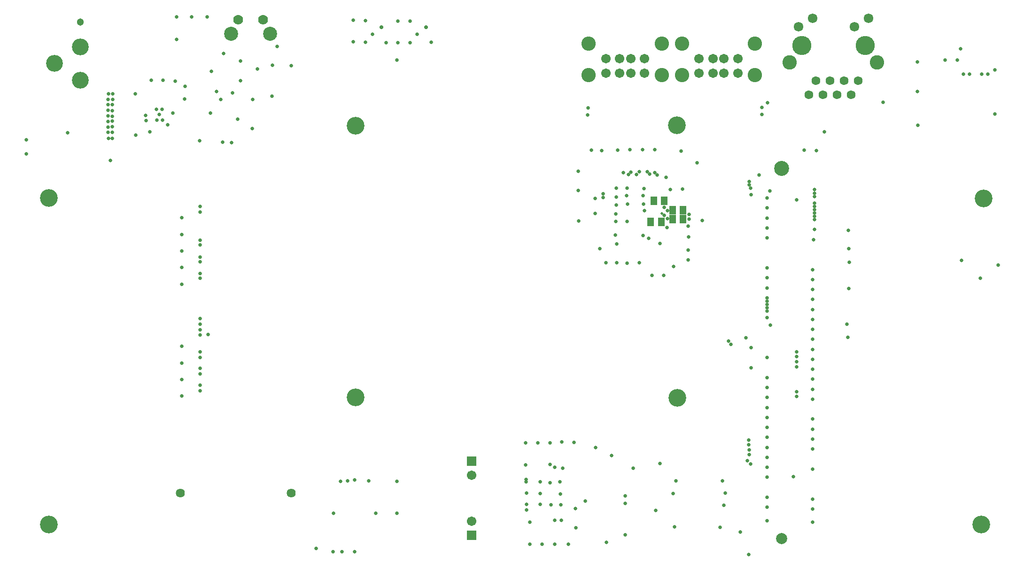
<source format=gbs>
G04 Layer_Color=16711935*
%FSLAX44Y44*%
%MOMM*%
G71*
G01*
G75*
%ADD126R,1.2192X1.6002*%
%ADD161C,2.0032*%
%ADD162C,2.7032*%
%ADD163C,3.4532*%
%ADD164C,2.6032*%
%ADD165C,1.7232*%
%ADD166C,1.5932*%
%ADD167C,1.7782*%
%ADD168C,2.5282*%
%ADD169C,1.7032*%
%ADD170R,1.7032X1.7032*%
%ADD171C,1.6256*%
%ADD172C,3.2032*%
%ADD173C,0.7032*%
%ADD174C,1.3032*%
%ADD175C,3.0332*%
%ADD176C,2.5832*%
%ADD177C,0.6532*%
%ADD178C,0.5032*%
D126*
X1165898Y656500D02*
D03*
X1147102D02*
D03*
X1160398Y618750D02*
D03*
X1141602D02*
D03*
X1180852Y640000D02*
D03*
X1199648D02*
D03*
X1180852Y623250D02*
D03*
X1199648D02*
D03*
D161*
X1377500Y47000D02*
D03*
D162*
Y715000D02*
D03*
D163*
X1528150Y936950D02*
D03*
X1413850D02*
D03*
D164*
X1549750Y906450D02*
D03*
X1392250D02*
D03*
D165*
X1407750Y970750D02*
D03*
X1433150Y985950D02*
D03*
X1508850Y970750D02*
D03*
X1534250Y985950D02*
D03*
D166*
X1426550Y848050D02*
D03*
X1439250Y873450D02*
D03*
X1451950Y848050D02*
D03*
X1464650Y873450D02*
D03*
X1477350Y848050D02*
D03*
X1490050Y873450D02*
D03*
X1502750Y848050D02*
D03*
X1515450Y873450D02*
D03*
D167*
X442940Y983380D02*
D03*
X397940D02*
D03*
D168*
X455440Y958380D02*
D03*
X385440D02*
D03*
D169*
X819000Y161600D02*
D03*
Y78400D02*
D03*
X1298550Y913250D02*
D03*
X1228550D02*
D03*
X1298550Y887150D02*
D03*
X1273550D02*
D03*
X1253550D02*
D03*
X1228550D02*
D03*
X1130550Y913250D02*
D03*
X1060550D02*
D03*
X1130550Y887150D02*
D03*
X1060550D02*
D03*
X1105550D02*
D03*
X1085550D02*
D03*
Y913250D02*
D03*
X1105550D02*
D03*
X1253550D02*
D03*
X1273550D02*
D03*
D170*
X819000Y187000D02*
D03*
Y53000D02*
D03*
D171*
X294010Y128680D02*
D03*
X494010D02*
D03*
D172*
X57000Y72000D02*
D03*
Y662000D02*
D03*
X1737000Y72000D02*
D03*
X1742000Y661000D02*
D03*
X1190000Y301021D02*
D03*
X610000Y302021D02*
D03*
X1189000Y793021D02*
D03*
X610000Y792000D02*
D03*
D173*
X656000Y969740D02*
D03*
X737000D02*
D03*
D174*
X113500Y979500D02*
D03*
D175*
X66500Y904500D02*
D03*
X113500Y934500D02*
D03*
Y874500D02*
D03*
D176*
X1329250Y883650D02*
D03*
X1197850D02*
D03*
Y940450D02*
D03*
X1329250D02*
D03*
X1161250Y883650D02*
D03*
X1029850D02*
D03*
Y940450D02*
D03*
X1161250D02*
D03*
D177*
X329000Y444000D02*
D03*
Y636000D02*
D03*
Y646000D02*
D03*
Y424000D02*
D03*
Y434000D02*
D03*
X1282250Y403500D02*
D03*
X343500Y415000D02*
D03*
X1285725Y397525D02*
D03*
X329000Y414000D02*
D03*
X369900Y762100D02*
D03*
X1110000Y174000D02*
D03*
X983000D02*
D03*
X942000Y109000D02*
D03*
X962000Y108000D02*
D03*
X980000D02*
D03*
X979000Y127000D02*
D03*
X942000Y128000D02*
D03*
X960000Y148000D02*
D03*
X978000Y149000D02*
D03*
X1186980Y150980D02*
D03*
X1700500Y930750D02*
D03*
X1749530Y885280D02*
D03*
X1738530Y885030D02*
D03*
X1716530D02*
D03*
X1694530Y910970D02*
D03*
X1672530Y910970D02*
D03*
X1437000Y634500D02*
D03*
Y628500D02*
D03*
Y646500D02*
D03*
Y652500D02*
D03*
Y664250D02*
D03*
Y670500D02*
D03*
X1319250Y691500D02*
D03*
Y685500D02*
D03*
X916000Y219500D02*
D03*
X938250D02*
D03*
X960000Y220000D02*
D03*
X981000Y221250D02*
D03*
X916000Y179750D02*
D03*
X960000Y180500D02*
D03*
X1003000Y220250D02*
D03*
X1061918Y40332D02*
D03*
X1006900Y66100D02*
D03*
X1042500Y211000D02*
D03*
X1095450Y124300D02*
D03*
X1095430Y110180D02*
D03*
X1266852Y67602D02*
D03*
X585100Y22850D02*
D03*
X608250Y23000D02*
D03*
X1498750Y570000D02*
D03*
X1498250Y498250D02*
D03*
X1418000Y747750D02*
D03*
X1440000Y747500D02*
D03*
X1705530Y884780D02*
D03*
X1053250Y746750D02*
D03*
X1082250Y748250D02*
D03*
X1104250Y748750D02*
D03*
X1127250Y749250D02*
D03*
X1149250Y749000D02*
D03*
X1196150Y746100D02*
D03*
X1080000Y579000D02*
D03*
X1041350Y633400D02*
D03*
X1137740Y588490D02*
D03*
X1041350Y661150D02*
D03*
X328500Y764750D02*
D03*
X423852Y839602D02*
D03*
X348000Y814500D02*
D03*
X468398Y934898D02*
D03*
X605000Y943250D02*
D03*
X627000Y943000D02*
D03*
X686000Y941750D02*
D03*
X708000Y942250D02*
D03*
X582890Y150110D02*
D03*
X633690Y150690D02*
D03*
X684490Y150490D02*
D03*
Y92490D02*
D03*
X646390Y92610D02*
D03*
X570190Y92810D02*
D03*
X568900Y23100D02*
D03*
X917000Y154000D02*
D03*
Y149000D02*
D03*
X918000Y129000D02*
D03*
X969000Y176000D02*
D03*
X1024000Y115000D02*
D03*
X1006000Y101000D02*
D03*
X924000Y37000D02*
D03*
X946000Y37000D02*
D03*
X969000Y37000D02*
D03*
X993000D02*
D03*
X942000Y149000D02*
D03*
X1181980Y127980D02*
D03*
X1150980Y97980D02*
D03*
X1095450Y53450D02*
D03*
X1184750Y68250D02*
D03*
X1071000Y197000D02*
D03*
X1356000Y674000D02*
D03*
X538770Y29230D02*
D03*
X16000Y767000D02*
D03*
X15934Y741000D02*
D03*
X212750Y849270D02*
D03*
X251000Y822000D02*
D03*
X261000D02*
D03*
X251250Y802500D02*
D03*
X261250Y802250D02*
D03*
X256030Y812340D02*
D03*
X231250Y810250D02*
D03*
X279910Y814590D02*
D03*
X213250Y775000D02*
D03*
X423000Y787250D02*
D03*
X397000Y804250D02*
D03*
X239000Y781000D02*
D03*
X301020Y840270D02*
D03*
X302020Y863270D02*
D03*
X284250Y872750D02*
D03*
X359250Y853750D02*
D03*
X349750Y890000D02*
D03*
X402000Y873500D02*
D03*
X605000Y982500D02*
D03*
X627000Y982000D02*
D03*
X686000Y980750D02*
D03*
X708000Y980500D02*
D03*
X1761680Y813250D02*
D03*
Y892500D02*
D03*
X1622500Y907500D02*
D03*
Y853500D02*
D03*
X1622680Y793000D02*
D03*
X1455000Y780750D02*
D03*
X1341631Y812131D02*
D03*
X1224750Y724750D02*
D03*
X1198750Y677500D02*
D03*
X1210750Y632000D02*
D03*
X1234250Y621000D02*
D03*
X1080000Y545000D02*
D03*
X1061000D02*
D03*
X1011750Y620000D02*
D03*
X1011000Y675000D02*
D03*
X1028390Y824390D02*
D03*
X1079500Y679750D02*
D03*
X1099000Y679250D02*
D03*
X1129250Y678750D02*
D03*
X1079750Y663500D02*
D03*
X1098250Y665750D02*
D03*
X1128000Y665500D02*
D03*
X1079250Y648750D02*
D03*
X1099500Y650500D02*
D03*
X1128500D02*
D03*
X1078750Y632500D02*
D03*
X1078500Y619250D02*
D03*
X1099000Y619500D02*
D03*
X1130000Y638750D02*
D03*
X1497500Y603000D02*
D03*
X1499250Y546000D02*
D03*
X1158590Y182590D02*
D03*
X1276250Y129000D02*
D03*
X1303000Y59000D02*
D03*
X1321750Y679500D02*
D03*
X1318000Y18000D02*
D03*
X371750Y922000D02*
D03*
X432280Y894470D02*
D03*
X494000Y900000D02*
D03*
X459720Y900970D02*
D03*
X366750Y839250D02*
D03*
X459168Y845168D02*
D03*
X262250Y874000D02*
D03*
X232090Y801090D02*
D03*
X287000Y988500D02*
D03*
X314000Y988250D02*
D03*
X342000Y988500D02*
D03*
X90500Y779000D02*
D03*
X241000Y874000D02*
D03*
X287000Y947500D02*
D03*
X1027810Y811690D02*
D03*
X1342000Y824831D02*
D03*
X402398Y908750D02*
D03*
X271030Y793500D02*
D03*
X924000Y77000D02*
D03*
X1050000Y570000D02*
D03*
X164000Y850000D02*
D03*
X163750Y839750D02*
D03*
X163500Y830000D02*
D03*
Y819750D02*
D03*
X163250Y809500D02*
D03*
Y799750D02*
D03*
X163500Y789750D02*
D03*
Y780500D02*
D03*
X164000Y768750D02*
D03*
X167500Y729000D02*
D03*
X172000Y850000D02*
D03*
X171750Y839750D02*
D03*
X171000Y830250D02*
D03*
Y819250D02*
D03*
Y808750D02*
D03*
X170750Y800250D02*
D03*
X171000Y790000D02*
D03*
X170750Y780250D02*
D03*
X171250Y769250D02*
D03*
X385750Y761500D02*
D03*
X1273000Y107000D02*
D03*
X608290Y153040D02*
D03*
X595590Y151090D02*
D03*
X918000Y109000D02*
D03*
X918045Y99002D02*
D03*
X969000Y79750D02*
D03*
X980500Y80000D02*
D03*
X1099250Y544000D02*
D03*
X1121000Y545000D02*
D03*
X1144000Y522000D02*
D03*
X1165250D02*
D03*
X1209000Y568000D02*
D03*
X1210000Y591000D02*
D03*
X1208998Y610999D02*
D03*
X296500Y626000D02*
D03*
X296500Y304000D02*
D03*
X296500Y334000D02*
D03*
Y364000D02*
D03*
Y394000D02*
D03*
X296500Y506000D02*
D03*
X296500Y536000D02*
D03*
Y566000D02*
D03*
Y596000D02*
D03*
X1035000Y748000D02*
D03*
X1011000Y710000D02*
D03*
X1116000Y704000D02*
D03*
X1120950Y708950D02*
D03*
X1140000Y704500D02*
D03*
X1135404Y709096D02*
D03*
X1153500Y702750D02*
D03*
X1148904Y707346D02*
D03*
X1101250Y703750D02*
D03*
X1105846Y708346D02*
D03*
X1351000Y475500D02*
D03*
Y469500D02*
D03*
Y463500D02*
D03*
Y457500D02*
D03*
X639780Y957220D02*
D03*
X720780D02*
D03*
X684398Y910852D02*
D03*
X665000Y942250D02*
D03*
X746000Y942750D02*
D03*
X388000Y851000D02*
D03*
X1322500Y667500D02*
D03*
X1172010Y638490D02*
D03*
X1166000Y644500D02*
D03*
X1171510Y623990D02*
D03*
X1165500Y630000D02*
D03*
X1336500Y702750D02*
D03*
X1351000Y79500D02*
D03*
Y103500D02*
D03*
Y121500D02*
D03*
Y157500D02*
D03*
Y211500D02*
D03*
Y193500D02*
D03*
Y175500D02*
D03*
Y265500D02*
D03*
Y247500D02*
D03*
Y229500D02*
D03*
Y319500D02*
D03*
Y301500D02*
D03*
Y283500D02*
D03*
X1322500Y355500D02*
D03*
X1351000Y337500D02*
D03*
Y445500D02*
D03*
X1357000Y432000D02*
D03*
X1351000Y373500D02*
D03*
X1322500Y391500D02*
D03*
X1351000Y517500D02*
D03*
Y499500D02*
D03*
Y481500D02*
D03*
Y535500D02*
D03*
X1735602Y516852D02*
D03*
X1702250Y549000D02*
D03*
X1767750Y540750D02*
D03*
X1271000Y150750D02*
D03*
X1351000Y589500D02*
D03*
Y607500D02*
D03*
Y625500D02*
D03*
Y643500D02*
D03*
Y661500D02*
D03*
X1433500Y532500D02*
D03*
Y514500D02*
D03*
Y496500D02*
D03*
Y478500D02*
D03*
Y442500D02*
D03*
Y424500D02*
D03*
Y406500D02*
D03*
Y388500D02*
D03*
Y370500D02*
D03*
Y352500D02*
D03*
Y334500D02*
D03*
Y316500D02*
D03*
Y298500D02*
D03*
Y262500D02*
D03*
Y244500D02*
D03*
Y226500D02*
D03*
Y208500D02*
D03*
Y172500D02*
D03*
X1399000Y159000D02*
D03*
X1433500Y118500D02*
D03*
Y100500D02*
D03*
Y76500D02*
D03*
Y460500D02*
D03*
X1496750Y410000D02*
D03*
X1495500Y434250D02*
D03*
X1435000Y586500D02*
D03*
X1436500Y622500D02*
D03*
Y640500D02*
D03*
Y676500D02*
D03*
X1055790Y669460D02*
D03*
X1560500Y834750D02*
D03*
X1352000Y833500D02*
D03*
X1209000Y550250D02*
D03*
X1176750Y676500D02*
D03*
X1158150Y579150D02*
D03*
X1183150Y538150D02*
D03*
X1171000Y608000D02*
D03*
X1210750Y623250D02*
D03*
X1169000Y699000D02*
D03*
X1077740Y594760D02*
D03*
X1127750Y594000D02*
D03*
X1436500Y604500D02*
D03*
X1092500Y707500D02*
D03*
X329000Y374000D02*
D03*
Y384000D02*
D03*
X1318000Y216500D02*
D03*
Y225000D02*
D03*
X1319500Y206750D02*
D03*
Y198250D02*
D03*
X329000Y354000D02*
D03*
Y344000D02*
D03*
X1321510Y181490D02*
D03*
X1315500Y187500D02*
D03*
X329000Y314000D02*
D03*
Y324000D02*
D03*
X1405000Y383750D02*
D03*
Y375250D02*
D03*
X329000Y585250D02*
D03*
Y576750D02*
D03*
X1405000Y357250D02*
D03*
Y365750D02*
D03*
X329000Y546750D02*
D03*
Y555250D02*
D03*
X1405000Y303250D02*
D03*
Y311750D02*
D03*
X329000Y525250D02*
D03*
Y516750D02*
D03*
X1313500Y409500D02*
D03*
X1056000Y662250D02*
D03*
X1405000Y658500D02*
D03*
D178*
X1161500Y633500D02*
D03*
M02*

</source>
